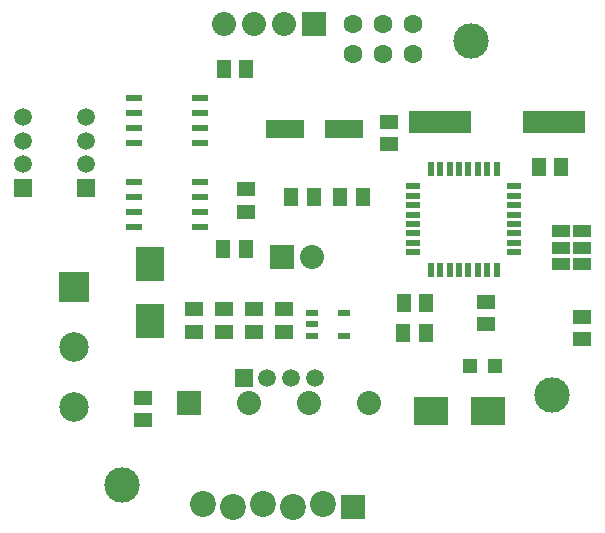
<source format=gbr>
%TF.GenerationSoftware,KiCad,Pcbnew,(5.1.12)-1*%
%TF.CreationDate,2022-01-04T15:18:08+00:00*%
%TF.ProjectId,SolarSensorATMEGA328_PCB,536f6c61-7253-4656-9e73-6f7241544d45,rev?*%
%TF.SameCoordinates,PX5734380PY7df6180*%
%TF.FileFunction,Soldermask,Top*%
%TF.FilePolarity,Negative*%
%FSLAX46Y46*%
G04 Gerber Fmt 4.6, Leading zero omitted, Abs format (unit mm)*
G04 Created by KiCad (PCBNEW (5.1.12)-1) date 2022-01-04 15:18:08*
%MOMM*%
%LPD*%
G01*
G04 APERTURE LIST*
%ADD10C,3.000000*%
%ADD11R,2.397760X3.000000*%
%ADD12R,3.000000X2.397760*%
%ADD13R,1.198880X1.198880*%
%ADD14R,1.300000X1.500000*%
%ADD15R,1.500000X1.300000*%
%ADD16R,1.500000X1.000000*%
%ADD17R,1.270000X0.558800*%
%ADD18R,0.558800X1.270000*%
%ADD19R,2.100580X2.100580*%
%ADD20C,2.199640*%
%ADD21R,2.032000X2.032000*%
%ADD22C,2.032000*%
%ADD23R,1.500000X1.500000*%
%ADD24C,1.500000*%
%ADD25C,1.600200*%
%ADD26R,1.000000X0.550000*%
%ADD27R,5.334000X1.930400*%
%ADD28R,3.200000X1.600000*%
%ADD29R,1.399540X0.599440*%
%ADD30C,2.499360*%
%ADD31R,2.499360X2.499360*%
G04 APERTURE END LIST*
D10*
%TO.C,P6*%
X41783000Y42799000D03*
X48641000Y12827000D03*
X12192000Y5207000D03*
%TD*%
D11*
%TO.C,SW2*%
X14605000Y23876000D03*
X14579600Y19050000D03*
%TD*%
D12*
%TO.C,SW1*%
X38354000Y11455400D03*
X43180000Y11430000D03*
%TD*%
D13*
%TO.C,D2*%
X41716960Y15240000D03*
X43815000Y15240000D03*
%TD*%
D14*
%TO.C,R7*%
X36022200Y18034000D03*
X37922200Y18034000D03*
%TD*%
D15*
%TO.C,R1*%
X23368000Y20066000D03*
X23368000Y18166000D03*
%TD*%
%TO.C,R4*%
X51181000Y19426000D03*
X51181000Y17526000D03*
%TD*%
%TO.C,R5*%
X43053000Y20696000D03*
X43053000Y18796000D03*
%TD*%
D14*
%TO.C,R6*%
X36073000Y20574000D03*
X37973000Y20574000D03*
%TD*%
D15*
%TO.C,R2*%
X20828000Y20066000D03*
X20828000Y18166000D03*
%TD*%
D14*
%TO.C,C7*%
X28448000Y29591000D03*
X26548000Y29591000D03*
%TD*%
D15*
%TO.C,C8*%
X13970000Y10673000D03*
X13970000Y12573000D03*
%TD*%
D14*
%TO.C,C9*%
X47503000Y32131000D03*
X49403000Y32131000D03*
%TD*%
D15*
%TO.C,C10*%
X34798000Y34041000D03*
X34798000Y35941000D03*
%TD*%
%TO.C,C1*%
X25908000Y20066000D03*
X25908000Y18166000D03*
%TD*%
D14*
%TO.C,C2*%
X20777200Y25146000D03*
X22677200Y25146000D03*
%TD*%
D15*
%TO.C,C3*%
X22733000Y30226000D03*
X22733000Y28326000D03*
%TD*%
D14*
%TO.C,C4*%
X22733000Y40386000D03*
X20833000Y40386000D03*
%TD*%
%TO.C,C5*%
X30683200Y29591000D03*
X32583200Y29591000D03*
%TD*%
D15*
%TO.C,C11*%
X18288000Y18161000D03*
X18288000Y20061000D03*
%TD*%
D16*
%TO.C,P3*%
X51154000Y23876000D03*
X49403000Y23876000D03*
X51154000Y25273000D03*
X49403000Y25273000D03*
X51154000Y26670000D03*
X49403000Y26670000D03*
%TD*%
D17*
%TO.C,U4*%
X45440600Y30485080D03*
X45440600Y29684980D03*
X45440600Y28884880D03*
X45440600Y28084780D03*
X45440600Y27287220D03*
X45440600Y26487120D03*
X45440600Y25687020D03*
X45440600Y24886920D03*
D18*
X43947080Y23393400D03*
X43146980Y23393400D03*
X42346880Y23393400D03*
X41546780Y23393400D03*
X40749220Y23393400D03*
X39949120Y23393400D03*
X39149020Y23393400D03*
X38348920Y23393400D03*
D17*
X36855400Y24886920D03*
X36855400Y25687020D03*
X36855400Y26487120D03*
X36855400Y27287220D03*
X36855400Y28084780D03*
X36855400Y28884880D03*
X36855400Y29684980D03*
X36855400Y30485080D03*
D18*
X38348920Y31978600D03*
X39149020Y31978600D03*
X39949120Y31978600D03*
X40749220Y31978600D03*
X41546780Y31978600D03*
X42346880Y31978600D03*
X43146980Y31978600D03*
X43947080Y31978600D03*
%TD*%
D19*
%TO.C,P9*%
X31750000Y3302000D03*
D20*
X29210000Y3556000D03*
X26670000Y3302000D03*
X24130000Y3556000D03*
X21590000Y3302000D03*
X19050000Y3556000D03*
%TD*%
D21*
%TO.C,P2*%
X17907000Y12113000D03*
D22*
X22987000Y12113000D03*
X28067000Y12113000D03*
X33147000Y12113000D03*
D23*
X22527000Y14224000D03*
D24*
X24527000Y14224000D03*
X26527000Y14224000D03*
X28527000Y14224000D03*
%TD*%
D25*
%TO.C,P4*%
X36830000Y41656000D03*
X36830000Y44196000D03*
X34290000Y41656000D03*
X34290000Y44196000D03*
X31750000Y41656000D03*
X31750000Y44196000D03*
%TD*%
D26*
%TO.C,U1*%
X30988000Y19746000D03*
X30988000Y17846000D03*
X28288000Y19746000D03*
X28288000Y18796000D03*
X28288000Y17846000D03*
%TD*%
D27*
%TO.C,Y1*%
X48768000Y35941000D03*
X39116000Y35941000D03*
%TD*%
D28*
%TO.C,C6*%
X25988000Y35306000D03*
X30988000Y35306000D03*
%TD*%
D22*
%TO.C,P8*%
X20828000Y44196000D03*
X23368000Y44196000D03*
X25908000Y44196000D03*
D21*
X28448000Y44196000D03*
%TD*%
D29*
%TO.C,U3*%
X13196000Y34163000D03*
X18796000Y34163000D03*
X13196000Y35433000D03*
X13196000Y36703000D03*
X13196000Y37973000D03*
X18796000Y35433000D03*
X18796000Y36703000D03*
X18796000Y37973000D03*
%TD*%
D24*
%TO.C,P10*%
X3858000Y36353000D03*
X3858000Y34353000D03*
X3858000Y32353000D03*
D23*
X3858000Y30353000D03*
%TD*%
%TO.C,P1*%
X9192000Y30353000D03*
D24*
X9192000Y32353000D03*
X9192000Y34353000D03*
X9192000Y36353000D03*
%TD*%
D29*
%TO.C,U2*%
X13208000Y27051000D03*
X18808000Y27051000D03*
X13208000Y28321000D03*
X13208000Y29591000D03*
X13208000Y30861000D03*
X18808000Y28321000D03*
X18808000Y29591000D03*
X18808000Y30861000D03*
%TD*%
D30*
%TO.C,J1*%
X8128000Y11811000D03*
D31*
X8128000Y21971000D03*
D30*
X8128000Y16891000D03*
%TD*%
D21*
%TO.C,D1*%
X25781000Y24511000D03*
D22*
X28321000Y24511000D03*
%TD*%
M02*

</source>
